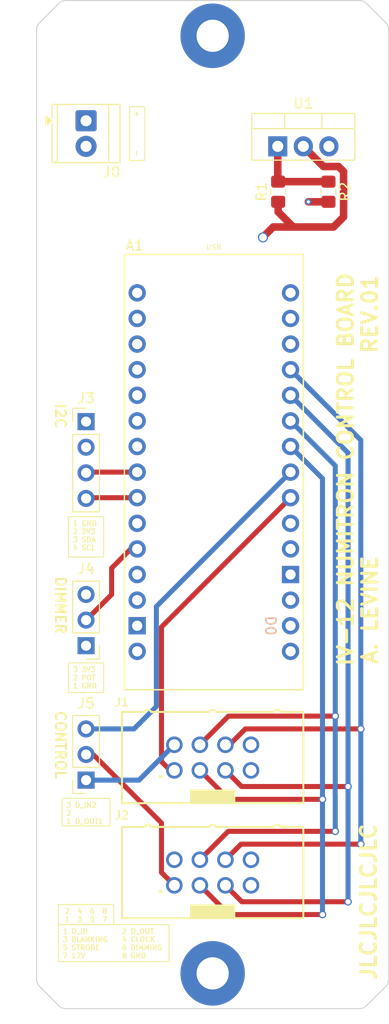
<source format=kicad_pcb>
(kicad_pcb (version 20241229) (generator "pcbnew") (generator_version "9.0")
  (layers (0 "F.Cu" signal) (4 "In1.Cu" signal) (6 "In2.Cu" signal) (2 "B.Cu" signal) (13 "F.Paste" user) (15 "B.Paste" user) (5 "F.SilkS" user "F.Silkscreen") (7 "B.SilkS" user "B.Silkscreen") (1 "F.Mask" user) (3 "B.Mask" user) (25 "Edge.Cuts" user))
  (net 0 "")
  (net 1 "BLANKING")
  (net 2 "SDA")
  (net 3 "+12V")
  (net 4 "D_IN1")
  (net 5 "CLOCK")
  (net 6 "STROBE")
  (net 7 "GND")
  (net 8 "D_IN2")
  (net 9 "+3V3")
  (net 10 "DIMMING")
  (net 11 "SCL")
  (net 12 "POT")
  (net 13 "Net-(J0-Pin_1)")
  (net 14 "D_OUT1")
  (net 15 "Net-(J2-Pin_1)")
  (net 16 "Net-(U1-ADJ)")
  (net 34 "D_OUT2")
  (footprint "Library:61200821621" (layer "F.Cu") (at 126.88 155.877)
    (property "Reference" "J1" (at -9.03 -5.485 0) (layer "F.SilkS") (effects (font (size 0.8 0.8))))
    (property "Value" "Conn_01x06")
    (fp_line (start -9.01 -4.525) (end -9.01 4.525) (stroke (width 0.2)) (layer "F.SilkS"))
    (fp_line (start -9.01 4.525) (end 9.01 4.525) (stroke (width 0.2)) (layer "F.SilkS"))
    (fp_line (start -6.76 -4.525) (end -9.01 -4.525) (stroke (width 0.2)) (layer "F.SilkS"))
    (fp_line (start -0.33 -4.525) (end -6.12 -4.525) (stroke (width 0.2)) (layer "F.SilkS"))
    (fp_line (start 6.1 -4.525) (end 0.31 -4.525) (stroke (width 0.2)) (layer "F.SilkS"))
    (fp_line (start 6.74 -4.525) (end 9.01 -4.525) (stroke (width 0.2)) (layer "F.SilkS"))
    (fp_line (start 9.01 4.525) (end 9.01 -4.525) (stroke (width 0.2)) (layer "F.SilkS"))
    (fp_arc (start -6.76 -4.525) (mid -6.44 -4.743547) (end -6.12 -4.525) (stroke (width 0.2)) (layer "F.SilkS"))
    (fp_arc (start -0.33 -4.525) (mid -0.01 -4.743547) (end 0.31 -4.525) (stroke (width 0.2)) (layer "F.SilkS"))
    (fp_arc (start 6.1 -4.525) (mid 6.42 -4.743547) (end 6.74 -4.525) (stroke (width 0.2)) (layer "F.SilkS"))
    (fp_circle (center -5.17 1.87) (end -5.07 1.87) (stroke (width 0.2)) (fill no) (layer "F.SilkS"))
    (fp_poly (pts (xy -2.25 3.175) (xy 2.25 3.175) (xy 2.25 4.425) (xy -2.25 4.425)) (stroke (width 0.01)) (fill yes) (layer "F.SilkS"))
    (pad "1" thru_hole circle (at -3.81 1.27) (size 1.65 1.65) (drill 1.1) (layers "*.Cu" "*.Mask") (net 4 "D_IN1"))
    (pad "2" thru_hole circle (at -3.81 -1.27) (size 1.65 1.65) (drill 1.1) (layers "*.Cu" "*.Mask") (net 14 "D_OUT1"))
    (pad "3" thru_hole circle (at -1.27 1.27) (size 1.65 1.65) (drill 1.1) (layers "*.Cu" "*.Mask") (net 1 "BLANKING"))
    (pad "4" thru_hole circle (at -1.27 -1.27) (size 1.65 1.65) (drill 1.1) (layers "*.Cu" "*.Mask") (net 5 "CLOCK"))
    (pad "5" thru_hole circle (at 1.27 1.27) (size 1.65 1.65) (drill 1.1) (layers "*.Cu" "*.Mask") (net 6 "STROBE"))
    (pad "6" thru_hole circle (at 1.27 -1.27) (size 1.65 1.65) (drill 1.1) (layers "*.Cu" "*.Mask") (net 10 "DIMMING"))
    (pad "7" thru_hole circle (at 3.81 1.27) (size 1.65 1.65) (drill 1.1) (layers "*.Cu" "*.Mask") (net 3 "+12V"))
    (pad "8" thru_hole circle (at 3.81 -1.27) (size 1.65 1.65) (drill 1.1) (layers "*.Cu" "*.Mask") (net 7 "GND"))
  )
  (footprint "Package_TO_SOT_THT:TO-220-3_Vertical" (layer "F.Cu") (at 133.35 95.25)
    (property "Reference" "U1" (at 2.54 -4.27 0) (layer "F.SilkS"))
    (property "Value" "LM317_TO-220")
    (fp_line (start -2.58 -3.27) (end -2.58 1.371) (stroke (width 0.12)) (layer "F.SilkS"))
    (fp_line (start -2.58 -3.27) (end 7.66 -3.27) (stroke (width 0.12)) (layer "F.SilkS"))
    (fp_line (start -2.58 -1.76) (end 7.66 -1.76) (stroke (width 0.12)) (layer "F.SilkS"))
    (fp_line (start -2.58 1.371) (end 7.66 1.371) (stroke (width 0.12)) (layer "F.SilkS"))
    (fp_line (start 0.69 -3.27) (end 0.69 -1.76) (stroke (width 0.12)) (layer "F.SilkS"))
    (fp_line (start 4.391 -3.27) (end 4.391 -1.76) (stroke (width 0.12)) (layer "F.SilkS"))
    (fp_line (start 7.66 -3.27) (end 7.66 1.371) (stroke (width 0.12)) (layer "F.SilkS"))
    (pad "1" thru_hole rect (at 0 0) (size 1.905 2) (drill 1.1) (layers "*.Cu" "*.Mask") (net 16 "Net-(U1-ADJ)"))
    (pad "2" thru_hole oval (at 2.54 0) (size 1.905 2) (drill 1.1) (layers "*.Cu" "*.Mask") (net 3 "+12V"))
    (pad "3" thru_hole oval (at 5.08 0) (size 1.905 2) (drill 1.1) (layers "*.Cu" "*.Mask") (net 13 "Net-(J0-Pin_1)"))
  )
  (footprint "Connector_PinHeader_2.54mm:PinHeader_1x04_P2.54mm_Vertical" (layer "F.Cu") (at 114.3 122.555)
    (property "Reference" "J3" (at 0 -2.33 0) (layer "F.SilkS"))
    (property "Value" "I2C")
    (fp_line (start -1.33 -1.33) (end 0 -1.33) (stroke (width 0.12)) (layer "F.SilkS"))
    (fp_line (start -1.33 0) (end -1.33 -1.33) (stroke (width 0.12)) (layer "F.SilkS"))
    (fp_line (start -1.33 1.27) (end -1.33 8.95) (stroke (width 0.12)) (layer "F.SilkS"))
    (fp_line (start -1.33 1.27) (end 1.33 1.27) (stroke (width 0.12)) (layer "F.SilkS"))
    (fp_line (start -1.33 8.95) (end 1.33 8.95) (stroke (width 0.12)) (layer "F.SilkS"))
    (fp_line (start 1.33 1.27) (end 1.33 8.95) (stroke (width 0.12)) (layer "F.SilkS"))
    (pad "1" thru_hole rect (at 0 0) (size 1.7 1.7) (drill 1) (layers "*.Cu" "*.Mask") (net 7 "GND"))
    (pad "2" thru_hole oval (at 0 2.54) (size 1.7 1.7) (drill 1) (layers "*.Cu" "*.Mask") (net 9 "+3V3"))
    (pad "3" thru_hole oval (at 0 5.08) (size 1.7 1.7) (drill 1) (layers "*.Cu" "*.Mask") (net 2 "SDA"))
    (pad "4" thru_hole oval (at 0 7.62) (size 1.7 1.7) (drill 1) (layers "*.Cu" "*.Mask") (net 11 "SCL"))
  )
  (footprint "MountingHole:MountingHole_3.2mm_M3_Pad" (layer "F.Cu") (at 126.88 84.282)
    (property "Reference" "REF**" (hide yes))
    (property "Value" "MountingHole_3.2mm_M3_Pad")
    (pad "1" thru_hole circle (at 0 0) (size 6.4 6.4) (drill 3.2) (layers "*.Cu" "*.Mask") (net 7 "GND") (thermal_bridge_width 1))
  )
  (footprint "TerminalBlock_TE-Connectivity:TerminalBlock_TE_282834-2_1x02_P2.54mm_Horizontal" (layer "F.Cu") (at 114.3 92.71 -90)
    (property "Reference" "J0" (at 5.08 -2.54 0) (layer "F.SilkS"))
    (property "Value" "Screw_Terminal_01x02")
    (fp_line (start -1.62 3.37) (end -0.3 3.37) (stroke (width 0.12)) (layer "F.SilkS"))
    (fp_line (start 0.3 3.37) (end 4.16 3.37) (stroke (width 0.12)) (layer "F.SilkS"))
    (fp_line (start -1.62 2.85) (end 4.16 2.85) (stroke (width 0.12)) (layer "F.SilkS"))
    (fp_line (start -1.62 -2.25) (end 4.16 -2.25) (stroke (width 0.12)) (layer "F.SilkS"))
    (fp_line (start -1.62 -3.37) (end -1.62 3.37) (stroke (width 0.12)) (layer "F.SilkS"))
    (fp_line (start -1.62 -3.37) (end 4.16 -3.37) (stroke (width 0.12)) (layer "F.SilkS"))
    (fp_line (start 4.16 -3.37) (end 4.16 3.37) (stroke (width 0.12)) (layer "F.SilkS"))
    (fp_poly (pts (xy 0 3.37) (xy 0.44 3.98) (xy -0.44 3.98) (xy 0 3.37)) (stroke (width 0.12)) (fill yes) (layer "F.SilkS"))
    (pad "1" thru_hole roundrect (at 0 0 270) (size 2.1 2.1) (drill 1.1) (layers "*.Cu" "*.Mask") (roundrect_rratio 0.119048) (net 13 "Net-(J0-Pin_1)"))
    (pad "2" thru_hole circle (at 2.54 0 270) (size 2.1 2.1) (drill 1.1) (layers "*.Cu" "*.Mask") (net 7 "GND"))
  )
  (footprint "PCM_arduino-library:Arduino_Nano_Every_Socket" (layer "F.Cu") (at 127 105.972 180)
    (property "Reference" "A1" (at 7.88 0.895 0) (layer "F.SilkS"))
    (property "Value" "Arduino_Nano_RP2040_Connect_Socket")
    (fp_line (start 8.89 -43.18) (end 8.89 0) (stroke (width 0.15)) (layer "F.SilkS"))
    (fp_line (start -8.89 0) (end 8.89 0) (stroke (width 0.15)) (layer "F.SilkS"))
    (fp_line (start -8.89 -43.18) (end 8.89 -43.18) (stroke (width 0.15)) (layer "F.SilkS"))
    (fp_line (start -8.89 -43.18) (end -8.89 0) (stroke (width 0.15)) (layer "F.SilkS"))
    (fp_text user "USB" (at 0 0.725 0) (layer "F.SilkS") (effects (font (size 0.5 0.5) (thickness 0.075))))
    (fp_text user "D0" (at -5.715 -36.83 90) (layer "F.SilkS"))
    (fp_text user "D0" (at -5.715 -36.83 90) (layer "B.SilkS") (effects (justify mirror)))
    (pad "" np_thru_hole circle (at -7.62 -41.91 180) (size 1.8 1.8) (drill 1.8) (layers "F&B.Cu" "*.Mask"))
    (pad "" np_thru_hole circle (at -7.62 -1.27 180) (size 1.8 1.8) (drill 1.8) (layers "F&B.Cu" "*.Mask"))
    (pad "" np_thru_hole circle (at 7.62 -41.91 180) (size 1.8 1.8) (drill 1.8) (layers "F&B.Cu" "*.Mask"))
    (pad "" np_thru_hole circle (at 7.62 -1.27 180) (size 1.8 1.8) (drill 1.8) (layers "F&B.Cu" "*.Mask"))
    (pad "3V3" thru_hole circle (at 7.62 -6.35 180) (size 1.7272 1.7272) (drill 1.016) (layers "*.Cu" "*.Mask") (net 9 "+3V3"))
    (pad "5V" thru_hole circle (at 7.62 -31.75 180) (size 1.7272 1.7272) (drill 1.016) (layers "*.Cu" "*.Mask"))
    (pad "A0" thru_hole circle (at 7.62 -11.43 180) (size 1.7272 1.7272) (drill 1.016) (layers "*.Cu" "*.Mask"))
    (pad "A1" thru_hole circle (at 7.62 -13.97 180) (size 1.7272 1.7272) (drill 1.016) (layers "*.Cu" "*.Mask"))
    (pad "A2" thru_hole circle (at 7.62 -16.51 180) (size 1.7272 1.7272) (drill 1.016) (layers "*.Cu" "*.Mask"))
    (pad "A3" thru_hole circle (at 7.62 -19.05 180) (size 1.7272 1.7272) (drill 1.016) (layers "*.Cu" "*.Mask"))
    (pad "A4" thru_hole circle (at 7.62 -21.59 180) (size 1.7272 1.7272) (drill 1.016) (layers "*.Cu" "*.Mask") (net 2 "SDA"))
    (pad "A5" thru_hole circle (at 7.62 -24.13 180) (size 1.7272 1.7272) (drill 1.016) (layers "*.Cu" "*.Mask") (net 11 "SCL"))
    (pad "A6" thru_hole circle (at 7.62 -26.67 180) (size 1.7272 1.7272) (drill 1.016) (layers "*.Cu" "*.Mask"))
    (pad "A7" thru_hole circle (at 7.62 -29.21 180) (size 1.7272 1.7272) (drill 1.016) (layers "*.Cu" "*.Mask") (net 12 "POT"))
    (pad "AREF" thru_hole circle (at 7.62 -8.89 180) (size 1.7272 1.7272) (drill 1.016) (layers "*.Cu" "*.Mask"))
    (pad "D0" thru_hole circle (at -7.62 -36.83 180) (size 1.7272 1.7272) (drill 1.016) (layers "*.Cu" "*.Mask"))
    (pad "D1" thru_hole circle (at -7.62 -39.37 180) (size 1.7272 1.7272) (drill 1.016) (layers "*.Cu" "*.Mask"))
    (pad "D2" thru_hole circle (at -7.62 -29.21 180) (size 1.7272 1.7272) (drill 1.016) (layers "*.Cu" "*.Mask"))
    (pad "D3" thru_hole circle (at -7.62 -26.67 180) (size 1.7272 1.7272) (drill 1.016) (layers "*.Cu" "*.Mask"))
    (pad "D4" thru_hole circle (at -7.62 -24.13 180) (size 1.7272 1.7272) (drill 1.016) (layers "*.Cu" "*.Mask") (net 4 "D_IN1"))
    (pad "D5" thru_hole circle (at -7.62 -21.59 180) (size 1.7272 1.7272) (drill 1.016) (layers "*.Cu" "*.Mask") (net 8 "D_IN2"))
    (pad "D6" thru_hole circle (at -7.62 -19.05 180) (size 1.7272 1.7272) (drill 1.016) (layers "*.Cu" "*.Mask") (net 1 "BLANKING"))
    (pad "D7" thru_hole circle (at -7.62 -16.51 180) (size 1.7272 1.7272) (drill 1.016) (layers "*.Cu" "*.Mask") (net 5 "CLOCK"))
    (pad "D8" thru_hole circle (at -7.62 -13.97 180) (size 1.7272 1.7272) (drill 1.016) (layers "*.Cu" "*.Mask") (net 6 "STROBE"))
    (pad "D9" thru_hole circle (at -7.62 -11.43 180) (size 1.7272 1.7272) (drill 1.016) (layers "*.Cu" "*.Mask") (net 10 "DIMMING"))
    (pad "D10" thru_hole circle (at -7.62 -8.89 180) (size 1.7272 1.7272) (drill 1.016) (layers "*.Cu" "*.Mask"))
    (pad "D11" thru_hole circle (at -7.62 -6.35 180) (size 1.7272 1.7272) (drill 1.016) (layers "*.Cu" "*.Mask"))
    (pad "D12" thru_hole circle (at -7.62 -3.81 180) (size 1.7272 1.7272) (drill 1.016) (layers "*.Cu" "*.Mask"))
    (pad "D13" thru_hole circle (at 7.62 -3.81 180) (size 1.7272 1.7272) (drill 1.016) (layers "*.Cu" "*.Mask"))
    (pad "GND1" thru_hole rect (at -7.62 -31.75 180) (size 1.7272 1.7272) (drill 1.016) (layers "*.Cu" "*.Mask") (net 7 "GND"))
    (pad "GND2" thru_hole rect (at 7.62 -36.83 180) (size 1.7272 1.7272) (drill 1.016) (layers "*.Cu" "*.Mask") (net 7 "GND"))
    (pad "RST1" thru_hole circle (at -7.62 -34.29 180) (size 1.7272 1.7272) (drill 1.016) (layers "*.Cu" "*.Mask"))
    (pad "RST2" thru_hole circle (at 7.62 -34.29 180) (size 1.7272 1.7272) (drill 1.016) (layers "*.Cu" "*.Mask"))
    (pad "VIN" thru_hole circle (at 7.62 -39.37 180) (size 1.7272 1.7272) (drill 1.016) (layers "*.Cu" "*.Mask") (net 3 "+12V"))
  )
  (footprint "Resistor_SMD:R_0805_2012Metric_Pad1.20x1.40mm_HandSolder" (layer "F.Cu") (at 138.39 99.75 -90)
    (property "Reference" "R2" (at 0 -1.65 90) (layer "F.SilkS"))
    (property "Value" "3.3 kΩ")
    (fp_line (start -0.227064 0.735) (end 0.227064 0.735) (stroke (width 0.12)) (layer "F.SilkS"))
    (fp_line (start -0.227064 -0.735) (end 0.227064 -0.735) (stroke (width 0.12)) (layer "F.SilkS"))
    (pad "1" smd roundrect (at -1 0 270) (size 1.2 1.4) (layers "F.Cu" "F.Mask" "F.Paste") (roundrect_rratio 0.208333) (net 16 "Net-(U1-ADJ)"))
    (pad "2" smd roundrect (at 1 0 270) (size 1.2 1.4) (layers "F.Cu" "F.Mask" "F.Paste") (roundrect_rratio 0.208333) (net 7 "GND"))
  )
  (footprint "Resistor_SMD:R_0805_2012Metric_Pad1.20x1.40mm_HandSolder" (layer "F.Cu") (at 133.39 99.75 90)
    (property "Reference" "R1" (at 0 -1.65 90) (layer "F.SilkS"))
    (property "Value" "390 Ω")
    (fp_line (start -0.227064 -0.735) (end 0.227064 -0.735) (stroke (width 0.12)) (layer "F.SilkS"))
    (fp_line (start -0.227064 0.735) (end 0.227064 0.735) (stroke (width 0.12)) (layer "F.SilkS"))
    (pad "1" smd roundrect (at -1 0 90) (size 1.2 1.4) (layers "F.Cu" "F.Mask" "F.Paste") (roundrect_rratio 0.208333) (net 3 "+12V"))
    (pad "2" smd roundrect (at 1 0 90) (size 1.2 1.4) (layers "F.Cu" "F.Mask" "F.Paste") (roundrect_rratio 0.208333) (net 16 "Net-(U1-ADJ)"))
  )
  (footprint "MountingHole:MountingHole_3.2mm_M3_Pad" (layer "F.Cu") (at 126.88 177.282)
    (property "Reference" "REF**" (hide yes))
    (property "Value" "MountingHole_3.2mm_M3_Pad")
    (pad "1" thru_hole circle (at 0 0) (size 6.4 6.4) (drill 3.2) (layers "*.Cu" "*.Mask") (net 7 "GND") (thermal_bridge_width 1))
  )
  (footprint "Connector_PinSocket_2.54mm:PinSocket_1x03_P2.54mm_Vertical" (layer "F.Cu") (at 114.3 158.115 180)
    (property "Reference" "J5" (at 0 7.62 0) (layer "F.SilkS"))
    (property "Value" "Conn_01x03_Pin")
    (fp_line (start 1.33 1.27) (end 1.33 6.41) (stroke (width 0.12)) (layer "F.SilkS"))
    (fp_line (start 1.33 -1.33) (end 1.33 0) (stroke (width 0.12)) (layer "F.SilkS"))
    (fp_line (start 0 -1.33) (end 1.33 -1.33) (stroke (width 0.12)) (layer "F.SilkS"))
    (fp_line (start -1.33 6.41) (end 1.33 6.41) (stroke (width 0.12)) (layer "F.SilkS"))
    (fp_line (start -1.33 1.27) (end 1.33 1.27) (stroke (width 0.12)) (layer "F.SilkS"))
    (fp_line (start -1.33 1.27) (end -1.33 6.41) (stroke (width 0.12)) (layer "F.SilkS"))
    (pad "1" thru_hole rect (at 0 0 180) (size 1.7 1.7) (drill 1) (layers "*.Cu" "*.Mask") (net 14 "D_OUT1"))
    (pad "2" thru_hole oval (at 0 2.54 180) (size 1.7 1.7) (drill 1) (layers "*.Cu" "*.Mask") (net 15 "Net-(J2-Pin_1)"))
    (pad "3" thru_hole oval (at 0 5.08 180) (size 1.7 1.7) (drill 1) (layers "*.Cu" "*.Mask") (net 8 "D_IN2"))
  )
  (footprint "Connector_PinHeader_2.54mm:PinHeader_1x03_P2.54mm_Vertical" (layer "F.Cu") (at 114.3 144.78 180)
    (property "Reference" "J4" (at 0 7.62 0) (layer "F.SilkS"))
    (property "Value" "Screw_Terminal_01x03")
    (fp_line (start 1.33 1.27) (end 1.33 6.41) (stroke (width 0.12)) (layer "F.SilkS"))
    (fp_line (start -1.33 6.41) (end 1.33 6.41) (stroke (width 0.12)) (layer "F.SilkS"))
    (fp_line (start -1.33 1.27) (end 1.33 1.27) (stroke (width 0.12)) (layer "F.SilkS"))
    (fp_line (start -1.33 1.27) (end -1.33 6.41) (stroke (width 0.12)) (layer "F.SilkS"))
    (fp_line (start -1.33 0) (end -1.33 -1.33) (stroke (width 0.12)) (layer "F.SilkS"))
    (fp_line (start -1.33 -1.33) (end 0 -1.33) (stroke (width 0.12)) (layer "F.SilkS"))
    (pad "1" thru_hole rect (at 0 0 180) (size 1.7 1.7) (drill 1) (layers "*.Cu" "*.Mask") (net 7 "GND"))
    (pad "2" thru_hole oval (at 0 2.54 180) (size 1.7 1.7) (drill 1) (layers "*.Cu" "*.Mask") (net 12 "POT"))
    (pad "3" thru_hole oval (at 0 5.08 180) (size 1.7 1.7) (drill 1) (layers "*.Cu" "*.Mask") (net 9 "+3V3"))
  )
  (footprint "Library:61200821621" (layer "F.Cu") (at 126.88 167.282)
    (property "Reference" "J2" (at -9.03 -5.69 0) (layer "F.SilkS") (effects (font (size 0.8 0.8))))
    (property "Value" "Conn_01x06")
    (fp_line (start -9.01 -4.525) (end -9.01 4.525) (stroke (width 0.2)) (layer "F.SilkS"))
    (fp_line (start -9.01 4.525) (end 9.01 4.525) (stroke (width 0.2)) (layer "F.SilkS"))
    (fp_line (start -6.76 -4.525) (end -9.01 -4.525) (stroke (width 0.2)) (layer "F.SilkS"))
    (fp_line (start -0.33 -4.525) (end -6.12 -4.525) (stroke (width 0.2)) (layer "F.SilkS"))
    (fp_line (start 6.1 -4.525) (end 0.31 -4.525) (stroke (width 0.2)) (layer "F.SilkS"))
    (fp_line (start 6.74 -4.525) (end 9.01 -4.525) (stroke (width 0.2)) (layer "F.SilkS"))
    (fp_line (start 9.01 4.525) (end 9.01 -4.525) (stroke (width 0.2)) (layer "F.SilkS"))
    (fp_arc (start -6.76 -4.525) (mid -6.44 -4.743547) (end -6.12 -4.525) (stroke (width 0.2)) (layer "F.SilkS"))
    (fp_arc (start -0.33 -4.525) (mid -0.01 -4.743547) (end 0.31 -4.525) (stroke (width 0.2)) (layer "F.SilkS"))
    (fp_arc (start 6.1 -4.525) (mid 6.42 -4.743547) (end 6.74 -4.525) (stroke (width 0.2)) (layer "F.SilkS"))
    (fp_circle (center -5.17 1.87) (end -5.07 1.87) (stroke (width 0.2)) (fill no) (layer "F.SilkS"))
    (fp_poly (pts (xy -2.25 3.175) (xy 2.25 3.175) (xy 2.25 4.425) (xy -2.25 4.425)) (stroke (width 0.01)) (fill yes) (layer "F.SilkS"))
    (pad "1" thru_hole circle (at -3.81 1.27) (size 1.65 1.65) (drill 1.1) (layers "*.Cu" "*.Mask") (net 15 "Net-(J2-Pin_1)"))
    (pad "2" thru_hole circle (at -3.81 -1.27) (size 1.65 1.65) (drill 1.1) (layers "*.Cu" "*.Mask") (net 34 "D_OUT2"))
    (pad "3" thru_hole circle (at -1.27 1.27) (size 1.65 1.65) (drill 1.1) (layers "*.Cu" "*.Mask") (net 1 "BLANKING"))
    (pad "4" thru_hole circle (at -1.27 -1.27) (size 1.65 1.65) (drill 1.1) (layers "*.Cu" "*.Mask") (net 5 "CLOCK"))
    (pad "5" thru_hole circle (at 1.27 1.27) (size 1.65 1.65) (drill 1.1) (layers "*.Cu" "*.Mask") (net 6 "STROBE"))
    (pad "6" thru_hole circle (at 1.27 -1.27) (size 1.65 1.65) (drill 1.1) (layers "*.Cu" "*.Mask") (net 10 "DIMMING"))
    (pad "7" thru_hole circle (at 3.81 1.27) (size 1.65 1.65) (drill 1.1) (layers "*.Cu" "*.Mask") (net 3 "+12V"))
    (pad "8" thru_hole circle (at 3.81 -1.27) (size 1.65 1.65) (drill 1.1) (layers "*.Cu" "*.Mask") (net 7 "GND"))
  )
  (gr_line (start 109.38 83.696214) (end 109.38 177.867786) (stroke (width 0.1)) (layer "Edge.Cuts"))
  (gr_line (start 144.087107 178.574893) (end 142.172893 180.489107) (stroke (width 0.1)) (layer "Edge.Cuts"))
  (gr_line (start 111.587107 180.489107) (end 109.672893 178.574893) (stroke (width 0.1)) (layer "Edge.Cuts"))
  (gr_arc (start 109.38 83.696214) (mid 109.456122 83.313533) (end 109.672893 82.989107) (stroke (width 0.1)) (layer "Edge.Cuts"))
  (gr_arc (start 111.587107 81.074893) (mid 111.911537 80.858146) (end 112.294214 80.782) (stroke (width 0.1)) (layer "Edge.Cuts"))
  (gr_arc (start 142.172893 180.489107) (mid 141.848463 180.705854) (end 141.465786 180.782) (stroke (width 0.1)) (layer "Edge.Cuts"))
  (gr_arc (start 109.672893 178.574893) (mid 109.456146 178.250463) (end 109.38 177.867786) (stroke (width 0.1)) (layer "Edge.Cuts"))
  (gr_line (start 141.465786 180.782) (end 112.294214 180.782) (stroke (width 0.1)) (layer "Edge.Cuts"))
  (gr_line (start 141.465786 80.782) (end 112.294214 80.782) (stroke (width 0.1)) (layer "Edge.Cuts"))
  (gr_arc (start 141.465786 80.782) (mid 141.848472 80.858116) (end 142.172893 81.074893) (stroke (width 0.1)) (layer "Edge.Cuts"))
  (gr_arc (start 144.087107 82.989107) (mid 144.303854 83.313537) (end 144.38 83.696214) (stroke (width 0.1)) (layer "Edge.Cuts"))
  (gr_line (start 111.587107 81.074893) (end 109.672893 82.989107) (stroke (width 0.1)) (layer "Edge.Cuts"))
  (gr_arc (start 112.294214 180.782) (mid 111.911528 180.705884) (end 111.587107 180.489107) (stroke (width 0.1)) (layer "Edge.Cuts"))
  (gr_line (start 144.38 83.696214) (end 144.38 177.867786) (stroke (width 0.1)) (layer "Edge.Cuts"))
  (gr_arc (start 144.38 177.867786) (mid 144.303884 178.250472) (end 144.087107 178.574893) (stroke (width 0.1)) (layer "Edge.Cuts"))
  (gr_line (start 142.172893 81.074893) (end 144.087107 82.989107) (stroke (width 0.1)) (layer "Edge.Cuts"))
  (gr_text "IV-12 NUMITRON CONTROL BOARD\nA. LEVINE			 REV.01" (at 143.38 127.282 90) (layer "F.SilkS") (effects (font (size 1.5 1.5) (thickness 0.3) (bold yes)) (justify bottom)))
  (gr_text "JLCJLCJLCJLC" (at 143.25 178.102 90) (layer "F.SilkS") (effects (font (size 1.5 1.5) (thickness 0.3) (bold yes)) (justify left bottom)))
  (gr_text "DIMMER" (at 111.76 137.795 270) (layer "F.SilkS") (effects (font (size 1 1) (thickness 0.2) (bold yes)) (justify left)))
  (gr_text "CONTROL" (at 111.76 151.13 270) (layer "F.SilkS") (effects (font (size 1 1) (thickness 0.2) (bold yes)) (justify left)))
  (gr_text "I2C" (at 111.76 120.65 270) (layer "F.SilkS") (effects (font (size 1 1) (thickness 0.2) (bold yes)) (justify left)))
  (gr_text_box "1 D_IN		2 D_OUT\n3 BLANKING	4 CLOCK\n5 STROBE	6 DIMMING\n7 12V		8 GND" (start 111.55 172.45) (end 122.55 176.117) (margins 0.425 0.425 0.425 0.425) (layer "F.SilkS") (effects (font (size 0.5 0.5) (thickness 0.1)) (justify left top)) (border yes) (stroke (width 0.1)))
  (gr_text_box "+		-" (start 118.63 91.31125) (end 120.13 96.64875) (margins 0.425 0.425 0.425 0.425) (angle 90) (layer "F.SilkS") (effects (font (size 0.5 0.5) (thickness 0.1)) (justify top mirror)) (border yes) (stroke (width 0.1)))
  (gr_text_box "2  4  6  8\n1  3  5  7" (start 111.55 170.45) (end 117.05 172.45) (margins 0.425 0.425 0.425 0.425) (layer "F.SilkS") (effects (font (size 0.5 0.5) (thickness 0.1)) (justify top)) (border yes) (stroke (width 0.1)))
  (gr_text_box "1 GND\n2 3V3\n3 SDA\n4 SCL" (start 112.55 131.985) (end 116.05 135.985) (margins 0.425 0.425 0.425 0.425) (layer "F.SilkS") (effects (font (size 0.5 0.5) (thickness 0.1)) (justify left top)) (border yes) (stroke (width 0.1)))
  (gr_text_box "3 D_IN2\n2\n1 D_OUT1" (start 111.915 159.925) (end 116.685 162.655) (margins 0.425 0.425 0.425 0.425) (layer "F.SilkS") (effects (font (size 0.5 0.5) (thickness 0.1)) (justify left top)) (border yes) (stroke (width 0.1)))
  (gr_text_box "3 3V3\n2 POT\n1 GND" (start 112.55 146.485) (end 116.05 149.425) (margins 0.425 0.425 0.425 0.425) (layer "F.SilkS") (effects (font (size 0.5 0.5) (thickness 0.1)) (justify left top)) (border yes) (stroke (width 0.1)))
  (segment (start 128.483 160.02) (end 126.015 157.552) (width 0.5) (layer "F.Cu") (net 1))
  (segment (start 137.795 171.45) (end 128.508 171.45) (width 0.5) (layer "F.Cu") (net 1))
  (segment (start 128.508 171.45) (end 125.61 168.552) (width 0.5) (layer "F.Cu") (net 1))
  (segment (start 137.795 160.02) (end 128.483 160.02) (width 0.5) (layer "F.Cu") (net 1))
  (segment (start 126.015 157.552) (end 125.61 157.552) (width 0.5) (layer "F.Cu") (net 1))
  (via (at 137.795 171.45) (size 0.75) (drill 0.5) (layers "F.Cu" "B.Cu") (net 1))
  (via (at 137.795 160.02) (size 0.75) (drill 0.5) (layers "F.Cu" "B.Cu") (net 1))
  (segment (start 137.795 160.02) (end 137.795 128.197) (width 0.5) (layer "B.Cu") (net 1))
  (segment (start 137.795 160.21) (end 137.795 160.02) (width 0.5) (layer "B.Cu") (net 1))
  (segment (start 137.795 160.21) (end 137.795 171.45) (width 0.5) (layer "B.Cu") (net 1))
  (segment (start 137.795 128.197) (end 134.62 125.022) (width 0.5) (layer "B.Cu") (net 1))
  (segment (start 118.745 127.562) (end 114.373 127.562) (width 0.5) (layer "F.Cu") (net 2))
  (segment (start 114.373 127.562) (end 114.3 127.635) (width 0.5) (layer "F.Cu") (net 2))
  (segment (start 139.89 97.75) (end 139.89 102.25) (width 0.75) (layer "F.Cu") (net 3))
  (segment (start 133.39 101.75) (end 133.39 100.75) (width 0.75) (layer "F.Cu") (net 3))
  (segment (start 131.88 104.26) (end 132.89 103.25) (width 0.75) (layer "F.Cu") (net 3))
  (segment (start 131.88 104.282) (end 131.88 104.26) (width 0.75) (layer "F.Cu") (net 3))
  (segment (start 132.89 103.25) (end 134.89 103.25) (width 0.75) (layer "F.Cu") (net 3))
  (segment (start 137.89 97.25) (end 139.39 97.25) (width 0.75) (layer "F.Cu") (net 3))
  (segment (start 135.89 95.25) (end 137.89 97.25) (width 0.75) (layer "F.Cu") (net 3))
  (segment (start 139.89 102.25) (end 138.89 103.25) (width 0.75) (layer "F.Cu") (net 3))
  (segment (start 138.89 103.25) (end 134.89 103.25) (width 0.75) (layer "F.Cu") (net 3))
  (segment (start 139.39 97.25) (end 139.89 97.75) (width 0.75) (layer "F.Cu") (net 3))
  (segment (start 134.89 103.25) (end 133.39 101.75) (width 0.75) (layer "F.Cu") (net 3))
  (via (at 131.88 104.282) (size 1) (drill 0.75) (layers "F.Cu" "B.Cu") (net 3))
  (segment (start 123.07 157.552) (end 121.794 156.276) (width 0.5) (layer "F.Cu") (net 4))
  (segment (start 121.794 142.928) (end 134.62 130.102) (width 0.5) (layer "F.Cu") (net 4))
  (segment (start 121.794 156.276) (end 121.794 142.928) (width 0.5) (layer "F.Cu") (net 4))
  (segment (start 139.065 163.195) (end 128.427 163.195) (width 0.5) (layer "F.Cu") (net 5))
  (segment (start 139.065 151.765) (end 128.452 151.765) (width 0.5) (layer "F.Cu") (net 5))
  (segment (start 128.452 151.765) (end 125.61 154.607) (width 0.5) (layer "F.Cu") (net 5))
  (segment (start 128.427 163.195) (end 125.61 166.012) (width 0.5) (layer "F.Cu") (net 5))
  (segment (start 125.61 155.012) (end 125.61 154.607) (width 0.5) (layer "F.Cu") (net 5))
  (via (at 139.065 163.195) (size 0.75) (drill 0.5) (layers "F.Cu" "B.Cu") (net 5))
  (via (at 139.065 151.765) (size 0.75) (drill 0.5) (layers "F.Cu" "B.Cu") (net 5))
  (segment (start 139.065 151.765) (end 139.065 126.927) (width 0.5) (layer "B.Cu") (net 5))
  (segment (start 139.065 159.635141) (end 139.054 159.624141) (width 0.5) (layer "B.Cu") (net 5))
  (segment (start 139.054 159.624141) (end 139.054 158.939859) (width 0.5) (layer "B.Cu") (net 5))
  (segment (start 139.065 126.927) (end 134.62 122.482) (width 0.5) (layer "B.Cu") (net 5))
  (segment (start 139.065 158.928859) (end 139.065 151.765) (width 0.5) (layer "B.Cu") (net 5))
  (segment (start 139.065 163.195) (end 139.065 159.635141) (width 0.5) (layer "B.Cu") (net 5))
  (segment (start 139.054 158.939859) (end 139.065 158.928859) (width 0.5) (layer "B.Cu") (net 5))
  (segment (start 129.753 158.75) (end 128.555 157.552) (width 0.5) (layer "F.Cu") (net 6))
  (segment (start 129.778 170.18) (end 140.335 170.18) (width 0.5) (layer "F.Cu") (net 6))
  (segment (start 128.555 157.552) (end 128.15 157.552) (width 0.5) (layer "F.Cu") (net 6))
  (segment (start 140.335 158.75) (end 129.753 158.75) (width 0.5) (layer "F.Cu") (net 6))
  (segment (start 128.15 168.552) (end 129.778 170.18) (width 0.5) (layer "F.Cu") (net 6))
  (via (at 140.335 170.18) (size 0.75) (drill 0.5) (layers "F.Cu" "B.Cu") (net 6))
  (via (at 140.335 158.75) (size 0.75) (drill 0.5) (layers "F.Cu" "B.Cu") (net 6))
  (segment (start 140.335 125.657) (end 134.62 119.942) (width 0.5) (layer "B.Cu") (net 6))
  (segment (start 140.335 170.18) (end 140.335 158.75) (width 0.5) (layer "B.Cu") (net 6))
  (segment (start 140.335 158.75) (end 140.335 125.657) (width 0.5) (layer "B.Cu") (net 6))
  (segment (start 138.39 100.75) (end 136.39 100.75) (width 0.75) (layer "F.Cu") (net 7))
  (via (at 136.39 100.75) (size 0.6) (drill 0.3) (layers "F.Cu" "B.Cu") (net 7))
  (segment (start 119.0625 153.035) (end 121.285 150.8125) (width 0.5) (layer "B.Cu") (net 8))
  (segment (start 121.285 140.897) (end 134.62 127.562) (width 0.5) (layer "B.Cu") (net 8))
  (segment (start 114.373 153.035) (end 114.3 153.035) (width 0.5) (layer "B.Cu") (net 8))
  (segment (start 121.285 150.8125) (end 121.285 140.897) (width 0.5) (layer "B.Cu") (net 8))
  (segment (start 114.3 153.035) (end 119.0625 153.035) (width 0.5) (layer "B.Cu") (net 8))
  (segment (start 130.127 153.035) (end 128.555 154.607) (width 0.5) (layer "F.Cu") (net 10))
  (segment (start 129.697 164.465) (end 128.15 166.012) (width 0.5) (layer "F.Cu") (net 10))
  (segment (start 141.605 164.465) (end 129.697 164.465) (width 0.5) (layer "F.Cu") (net 10))
  (segment (start 128.555 154.607) (end 128.15 154.607) (width 0.5) (layer "F.Cu") (net 10))
  (segment (start 141.605 153.035) (end 130.127 153.035) (width 0.5) (layer "F.Cu") (net 10))
  (via (at 141.605 153.035) (size 0.75) (drill 0.5) (layers "F.Cu" "B.Cu") (net 10))
  (via (at 141.605 164.465) (size 0.75) (drill 0.5) (layers "F.Cu" "B.Cu") (net 10))
  (segment (start 134.62 117.522) (end 134.62 117.402) (width 0.5) (layer "B.Cu") (net 10))
  (segment (start 141.605 164.465) (end 141.605 153.035) (width 0.5) (layer "B.Cu") (net 10))
  (segment (start 141.605 153.035) (end 141.605 124.387) (width 0.5) (layer "B.Cu") (net 10))
  (segment (start 141.605 124.387) (end 134.62 117.402) (width 0.5) (layer "B.Cu") (net 10))
  (segment (start 114.373 130.102) (end 114.3 130.175) (width 0.5) (layer "F.Cu") (net 11))
  (segment (start 118.745 130.102) (end 114.373 130.102) (width 0.5) (layer "F.Cu") (net 11))
  (segment (start 116.84 137.087) (end 118.745 135.182) (width 0.5) (layer "F.Cu") (net 12))
  (segment (start 116.84 139.7) (end 116.84 137.087) (width 0.5) (layer "F.Cu") (net 12))
  (segment (start 114.3 142.24) (end 116.84 139.7) (width 0.5) (layer "F.Cu") (net 12))
  (segment (start 119.562 158.115) (end 123.07 154.607) (width 0.5) (layer "B.Cu") (net 14))
  (segment (start 114.3 158.115) (end 119.562 158.115) (width 0.5) (layer "B.Cu") (net 14))
  (segment (start 115.008 155.575) (end 121.794 162.361) (width 0.5) (layer "F.Cu") (net 15))
  (segment (start 121.794 162.361) (end 121.794 167.276) (width 0.5) (layer "F.Cu") (net 15))
  (segment (start 121.794 167.276) (end 123.07 168.552) (width 0.5) (layer "F.Cu") (net 15))
  (segment (start 114.3 155.575) (end 114.373 155.575) (width 0.5) (layer "F.Cu") (net 15))
  (segment (start 133.39 98.75) (end 138.39 98.75) (width 0.75) (layer "F.Cu") (net 16))
  (segment (start 133.35 95.25) (end 133.35 98.71) (width 0.75) (layer "F.Cu") (net 16))
  (segment (start 133.35 98.71) (end 133.39 98.75) (width 0.75) (layer "F.Cu") (net 16))
)
</source>
